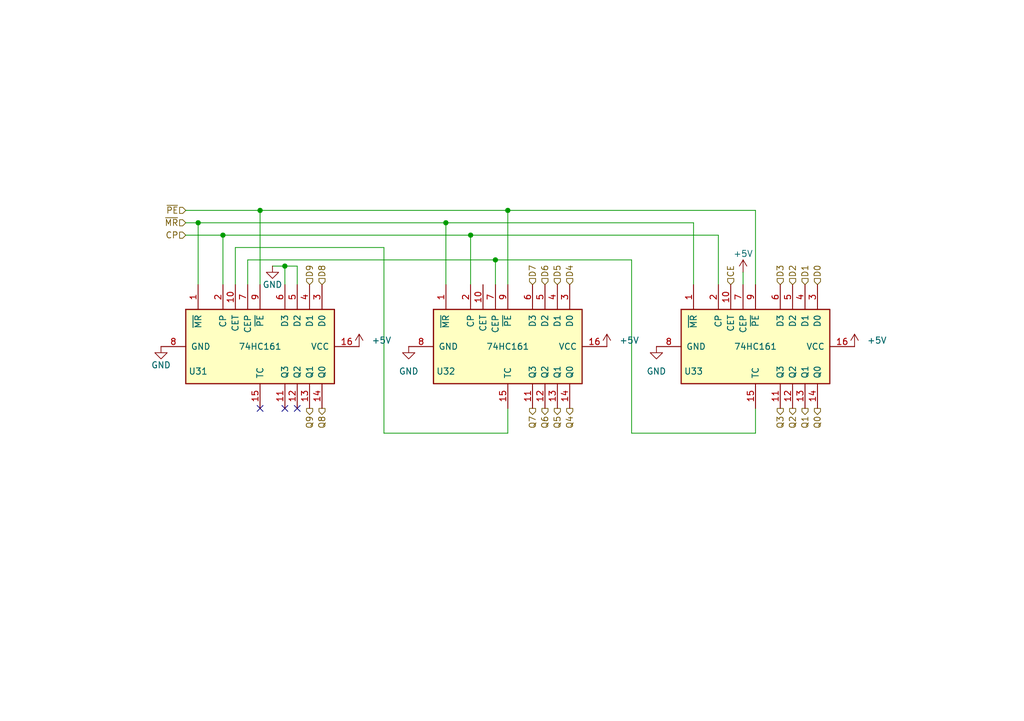
<source format=kicad_sch>
(kicad_sch (version 20231120) (generator "eeschema") (generator_version "8.0")
  (paper "A5")
  (lib_symbols
    (symbol "74xx:74LS161" (pin_names (offset 1.016))
      (property "Reference" "U" (at -7.62 16.51 0))
      (property "Value" "74LS161" (at -7.62 -16.51 0))
      (symbol "74LS161_1_0"
        (pin input line (at -12.7 -12.7 0) (length 5.08) (name "~{MR}") (number "1"))
        (pin input line (at -12.7 -5.08 0) (length 5.08) (name "CET") (number "10"))
        (pin output line (at 12.7 5.08 180) (length 5.08) (name "Q3") (number "11"))
        (pin output line (at 12.7 7.62 180) (length 5.08) (name "Q2") (number "12"))
        (pin output line (at 12.7 10.16 180) (length 5.08) (name "Q1") (number "13"))
        (pin output line (at 12.7 12.7 180) (length 5.08) (name "Q0") (number "14"))
        (pin output line (at 12.7 0 180) (length 5.08) (name "TC") (number "15"))
        (pin power_in line (at 0 20.32 270) (length 5.08) (name "VCC") (number "16"))
        (pin input line (at -12.7 -7.62 0) (length 5.08) (name "CP") (number "2"))
        (pin input line (at -12.7 12.7 0) (length 5.08) (name "D0") (number "3"))
        (pin input line (at -12.7 10.16 0) (length 5.08) (name "D1") (number "4"))
        (pin input line (at -12.7 7.62 0) (length 5.08) (name "D2") (number "5"))
        (pin input line (at -12.7 5.08 0) (length 5.08) (name "D3") (number "6"))
        (pin input line (at -12.7 -2.54 0) (length 5.08) (name "CEP") (number "7"))
        (pin power_in line (at 0 -20.32 90) (length 5.08) (name "GND") (number "8"))
        (pin input line (at -12.7 0 0) (length 5.08) (name "~{PE}") (number "9"))
      )
      (symbol "74LS161_1_1"
        (rectangle (start -7.62 15.24) (end 7.62 -15.24) (stroke (width 0.254)) (fill (type background)))
      )
    )
    (symbol "power:+5V" (power) (pin_numbers hide) (pin_names (offset 0) hide)
      (property "Value" "+5V" (at 0 3.556 0))
      (symbol "+5V_0_1"
        (polyline (pts (xy -0.762 1.27) (xy 0 2.54)))
        (polyline (pts (xy 0 0) (xy 0 2.54)))
        (polyline (pts (xy 0 2.54) (xy 0.762 1.27)))
      )
      (symbol "+5V_1_1"
        (pin power_in line (at 0 0 90) (length 0) (name "~") (number "1"))
      )
    )
    (symbol "power:GND" (power) (pin_numbers hide) (pin_names (offset 0) hide)
      (property "Value" "GND" (at 0 -3.81 0))
      (symbol "GND_0_1"
        (polyline (pts (xy 0 0) (xy 0 -1.27) (xy 1.27 -1.27) (xy 0 -2.54) (xy -1.27 -1.27) (xy 0 -1.27)))
      )
      (symbol "GND_1_1"
        (pin power_in line (at 0 0 270) (length 0) (name "~") (number "1"))
      )
    )
  )
  (junction (at 101.6 53.34))
  (junction (at 53.34 43.18))
  (junction (at 96.52 48.26))
  (junction (at 91.44 45.72))
  (junction (at 58.42 54.61))
  (junction (at 45.72 48.26))
  (junction (at 40.64 45.72))
  (junction (at 104.14 43.18))
  (no_connect (at 60.96 83.82))
  (no_connect (at 58.42 83.82))
  (no_connect (at 53.34 83.82))
  (wire (pts (xy 50.8 53.34) (xy 50.8 58.42)))
  (wire (pts (xy 40.64 45.72) (xy 91.44 45.72)))
  (wire (pts (xy 91.44 45.72) (xy 91.44 58.42)))
  (wire (pts (xy 60.96 58.42) (xy 60.96 54.61)))
  (wire (pts (xy 45.72 48.26) (xy 96.52 48.26)))
  (wire (pts (xy 104.14 43.18) (xy 104.14 58.42)))
  (wire (pts (xy 104.14 88.9) (xy 78.74 88.9)))
  (wire (pts (xy 101.6 53.34) (xy 101.6 58.42)))
  (wire (pts (xy 58.42 54.61) (xy 55.88 54.61)))
  (wire (pts (xy 48.26 50.8) (xy 48.26 58.42)))
  (wire (pts (xy 38.1 48.26) (xy 45.72 48.26)))
  (wire (pts (xy 40.64 45.72) (xy 40.64 58.42)))
  (wire (pts (xy 45.72 48.26) (xy 45.72 58.42)))
  (wire (pts (xy 154.94 43.18) (xy 154.94 58.42)))
  (wire (pts (xy 58.42 54.61) (xy 58.42 58.42)))
  (wire (pts (xy 78.74 88.9) (xy 78.74 50.8)))
  (wire (pts (xy 101.6 53.34) (xy 50.8 53.34)))
  (wire (pts (xy 38.1 43.18) (xy 53.34 43.18)))
  (wire (pts (xy 147.32 48.26) (xy 147.32 58.42)))
  (wire (pts (xy 129.54 88.9) (xy 129.54 53.34)))
  (wire (pts (xy 60.96 54.61) (xy 58.42 54.61)))
  (wire (pts (xy 78.74 50.8) (xy 48.26 50.8)))
  (wire (pts (xy 96.52 48.26) (xy 147.32 48.26)))
  (wire (pts (xy 104.14 83.82) (xy 104.14 88.9)))
  (wire (pts (xy 129.54 53.34) (xy 101.6 53.34)))
  (wire (pts (xy 53.34 43.18) (xy 53.34 58.42)))
  (wire (pts (xy 154.94 83.82) (xy 154.94 88.9)))
  (wire (pts (xy 154.94 88.9) (xy 129.54 88.9)))
  (wire (pts (xy 96.52 48.26) (xy 96.52 58.42)))
  (wire (pts (xy 38.1 45.72) (xy 40.64 45.72)))
  (wire (pts (xy 142.24 45.72) (xy 142.24 58.42)))
  (wire (pts (xy 152.4 55.88) (xy 152.4 58.42)))
  (wire (pts (xy 104.14 43.18) (xy 154.94 43.18)))
  (wire (pts (xy 53.34 43.18) (xy 104.14 43.18)))
  (wire (pts (xy 91.44 45.72) (xy 142.24 45.72)))
  (hierarchical_label "D5" (shape input) (at 114.3 58.42 90))
  (hierarchical_label "CE" (shape input) (at 149.86 58.42 90))
  (hierarchical_label "Q3" (shape output) (at 160.02 83.82 270))
  (hierarchical_label "Q0" (shape output) (at 167.64 83.82 270))
  (hierarchical_label "D9" (shape input) (at 63.5 58.42 90))
  (hierarchical_label "Q4" (shape output) (at 116.84 83.82 270))
  (hierarchical_label "D1" (shape input) (at 165.1 58.42 90))
  (hierarchical_label "~{PE}" (shape input) (at 38.1 43.18 180))
  (hierarchical_label "Q1" (shape output) (at 165.1 83.82 270))
  (hierarchical_label "Q5" (shape output) (at 114.3 83.82 270))
  (hierarchical_label "Q2" (shape output) (at 162.56 83.82 270))
  (hierarchical_label "Q7" (shape output) (at 109.22 83.82 270))
  (hierarchical_label "~{MR}" (shape input) (at 38.1 45.72 180))
  (hierarchical_label "Q9" (shape output) (at 63.5 83.82 270))
  (hierarchical_label "D6" (shape input) (at 111.76 58.42 90))
  (hierarchical_label "D0" (shape input) (at 167.64 58.42 90))
  (hierarchical_label "D7" (shape input) (at 109.22 58.42 90))
  (hierarchical_label "D3" (shape input) (at 160.02 58.42 90))
  (hierarchical_label "CP" (shape input) (at 38.1 48.26 180))
  (hierarchical_label "Q6" (shape output) (at 111.76 83.82 270))
  (hierarchical_label "D2" (shape input) (at 162.56 58.42 90))
  (hierarchical_label "Q8" (shape output) (at 66.04 83.82 270))
  (hierarchical_label "D8" (shape input) (at 66.04 58.42 90))
  (hierarchical_label "D4" (shape input) (at 116.84 58.42 90))
  (symbol (lib_id "power:+5V") (at 73.66 71.12 0) (unit 1)
    (property "Reference" "#PWR0102" (effects (hide yes)))
    (property "Value" "+5V" (at 76.2 69.8499 0) (effects (justify left)))
    (property "Description" "Power symbol creates a global label with name \"+5V\"" (effects (hide yes)))
    (instances (project "" (path "" (reference "#PWR094") (unit 1)) (path "" (reference "#PWR0102") (unit 1))))
  )
  (symbol (lib_id "power:+5V") (at 175.26 71.12 0) (unit 1)
    (property "Reference" "#PWR0107" (effects (hide yes)))
    (property "Value" "+5V" (at 177.8 69.8499 0) (effects (justify left)))
    (property "Description" "Power symbol creates a global label with name \"+5V\"" (effects (hide yes)))
    (instances (project "" (path "" (reference "#PWR099") (unit 1)) (path "" (reference "#PWR0107") (unit 1))))
  )
  (symbol (lib_id "74xx:74LS161") (at 154.94 71.12 270) (unit 1)
    (property "Reference" "U33" (at 142.24 76.2 90))
    (property "Value" "74HC161" (at 154.94 71.12 90))
    (property "Datasheet" "http://www.ti.com/lit/gpn/sn74LS161" (effects (hide yes)))
    (property "Description" "Synchronous 4-bit programmable binary Counter" (effects (hide yes)))
    (instances (project "fnx51" (path "" (reference "U33") (unit 1)) (path "" (reference "U36") (unit 1))))
  )
  (symbol (lib_id "power:GND") (at 83.82 71.12 0) (unit 1)
    (property "Reference" "#PWR0103" (effects (hide yes)))
    (property "Value" "GND" (at 83.82 76.2 0))
    (property "Description" "Power symbol creates a global label with name \"GND\" , ground" (effects (hide yes)))
    (instances (project "" (path "" (reference "#PWR095") (unit 1)) (path "" (reference "#PWR0103") (unit 1))))
  )
  (symbol (lib_id "power:GND") (at 33.02 71.12 0) (unit 1)
    (property "Reference" "#PWR0100" (effects (hide yes)))
    (property "Value" "GND" (at 33.02 74.93 0))
    (property "Description" "Power symbol creates a global label with name \"GND\" , ground" (effects (hide yes)))
    (instances (project "" (path "" (reference "#PWR092") (unit 1)) (path "" (reference "#PWR0100") (unit 1))))
  )
  (symbol (lib_id "power:GND") (at 55.88 54.61 0) (unit 1)
    (property "Reference" "#PWR093" (effects (hide yes)))
    (property "Value" "GND" (at 55.88 58.42 0))
    (property "Description" "Power symbol creates a global label with name \"GND\" , ground" (effects (hide yes)))
    (instances (project "fnx51" (path "" (reference "#PWR093") (unit 1)) (path "" (reference "#PWR0101") (unit 1))))
  )
  (symbol (lib_id "power:GND") (at 134.62 71.12 0) (unit 1)
    (property "Reference" "#PWR0105" (effects (hide yes)))
    (property "Value" "GND" (at 134.62 76.2 0))
    (property "Description" "Power symbol creates a global label with name \"GND\" , ground" (effects (hide yes)))
    (instances (project "" (path "" (reference "#PWR097") (unit 1)) (path "" (reference "#PWR0105") (unit 1))))
  )
  (symbol (lib_id "74xx:74LS161") (at 104.14 71.12 270) (unit 1)
    (property "Reference" "U32" (at 91.44 76.2 90))
    (property "Value" "74HC161" (at 104.14 71.12 90))
    (property "Datasheet" "http://www.ti.com/lit/gpn/sn74LS161" (effects (hide yes)))
    (property "Description" "Synchronous 4-bit programmable binary Counter" (effects (hide yes)))
    (instances (project "fnx51" (path "" (reference "U32") (unit 1)) (path "" (reference "U35") (unit 1))))
  )
  (symbol (lib_id "power:+5V") (at 124.46 71.12 0) (unit 1)
    (property "Reference" "#PWR0104" (effects (hide yes)))
    (property "Value" "+5V" (at 127 69.8499 0) (effects (justify left)))
    (property "Description" "Power symbol creates a global label with name \"+5V\"" (effects (hide yes)))
    (instances (project "" (path "" (reference "#PWR096") (unit 1)) (path "" (reference "#PWR0104") (unit 1))))
  )
  (symbol (lib_id "74xx:74LS161") (at 53.34 71.12 270) (unit 1)
    (property "Reference" "U34" (at 40.64 76.2 90))
    (property "Value" "74HC161" (at 53.34 71.12 90))
    (property "Datasheet" "http://www.ti.com/lit/gpn/sn74LS161" (effects (hide yes)))
    (property "Description" "Synchronous 4-bit programmable binary Counter" (effects (hide yes)))
    (instances (project "" (path "" (reference "U31") (unit 1)) (path "" (reference "U34") (unit 1))))
  )
  (symbol (lib_id "power:+5V") (at 152.4 55.88 0) (unit 1)
    (property "Reference" "#PWR0106" (effects (hide yes)))
    (property "Value" "+5V" (at 152.4 52.07 0))
    (property "Description" "Power symbol creates a global label with name \"+5V\"" (effects (hide yes)))
    (instances (project "" (path "" (reference "#PWR098") (unit 1)) (path "" (reference "#PWR0106") (unit 1))))
  )
)
</source>
